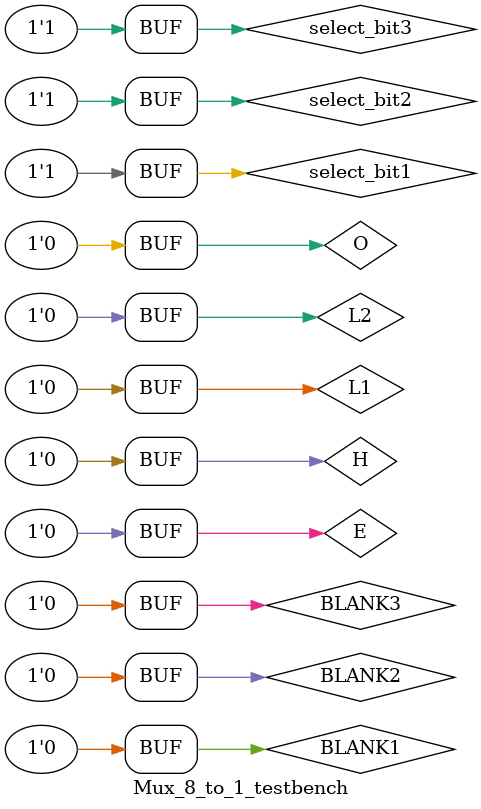
<source format=sv>
module Mux_8_to_1(input select_bit1,select_bit2,select_bit3,BLANK1,BLANK2,BLANK3,H,E,L1,L2,O, output z);
    //select_bit1,select_bit2,select_bit3,BLANK1[0],BLANK2[0],BLANK3[0],H[0],E[0],L[0],L[0],O[0],z[0]
    logic wire_0,wire_1,wire_2,wire_3,wire_4,wire_5;
    assign wire_0 = select_bit1 ? BLANK2 : BLANK1;
    assign wire_1 = select_bit1 ? H : BLANK3;
    assign wire_2 = select_bit1 ? L1 : E;
    assign wire_3 = select_bit1 ? E : L2;

    assign wire_4 = select_bit2 ? wire_1 : wire_0;
    assign wire_5 = select_bit2 ? wire_3 : wire_2;

    assign z = select_bit3 ? wire_5 : wire_4;
endmodule

module Mux_8_to_1_testbench();
    reg select_bit1,select_bit2,select_bit3,BLANK1,BLANK2,BLANK3,H,E,L1,L2,O;
    wire z;
 
    Mux_8_to_1 DUT(select_bit1,select_bit2,select_bit3,BLANK1,BLANK2,BLANK3,H,E,L1,L2,O);
    initial begin
        //mux_input[0] = 0;mux_input[1] = 0;mux_input[2] = 0;mux_input[3] = 0;
        //mux_input[4] = 0;mux_input[5] = 0;mux_input[6] = 0;mux_input[7] = 0;
        //https://stackoverflow.com/questions/26207021/how-to-write-a-verilog-testbench-to-loop-through-4-inputs
        select_bit3=0;select_bit2=0;select_bit1=0;BLANK1=0;BLANK2=0;BLANK3=0;H=0;E=0;L1=0;L2=0;O=0;#10;
        select_bit3=0;select_bit2=0;select_bit1=0;BLANK1=1;#10;
        select_bit3=0;select_bit2=0;select_bit1=0;BLANK1=0;#10;

        select_bit3=0;select_bit2=0;select_bit1=1;BLANK2=1;#10;
        select_bit3=0;select_bit2=0;select_bit1=1;BLANK2=0;#10;
        
        select_bit3=0;select_bit2=1;select_bit1=0;BLANK3=1;#10;
        select_bit3=0;select_bit2=1;select_bit1=0;BLANK3=0;#10;
        
        select_bit3=0;select_bit2=1;select_bit1=1;H=1;#10;
        select_bit3=0;select_bit2=1;select_bit1=1;H=0;#10;

        select_bit3=1;select_bit2=0;select_bit1=0;E=1;#10;
        select_bit3=1;select_bit2=0;select_bit1=0;E=0;#10;

        select_bit3=1;select_bit2=0;select_bit1=1;L1=1;#10;
        select_bit3=1;select_bit2=0;select_bit1=1;L1=0;#10;

        select_bit3=1;select_bit2=1;select_bit1=0;L2=1;#10;
        select_bit3=1;select_bit2=1;select_bit1=0;L2=0;#10;
        
        select_bit3=1;select_bit2=1;select_bit1=1;O=1;#10;
        select_bit3=1;select_bit2=1;select_bit1=1;O=0;#10;

    end
 
 endmodule // Mux_8_to_1_testbench
</source>
